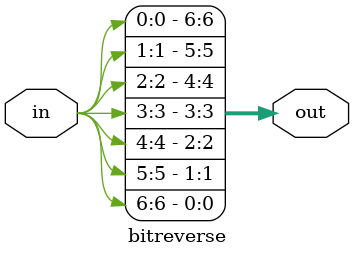
<source format=v>
/********************************************************************/
/*                                                                  */
/* Egy szam bitsorrendjet megfordito kombinacios logika.            */
/*                                                                  */
/********************************************************************/

`timescale 1ns / 1ps

module bitreverse(input[6:0] in, output[6:0] out);

	genvar i;
	generate
		for(i=0;i<7;i=i+1)
		begin: bitrevorder
			assign out[i]=in[6-i];
		end
	endgenerate

endmodule

</source>
